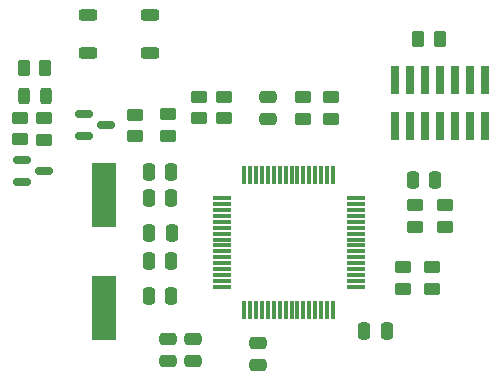
<source format=gbr>
%TF.GenerationSoftware,KiCad,Pcbnew,8.0.5*%
%TF.CreationDate,2024-12-07T09:48:31-05:00*%
%TF.ProjectId,stm32_lqfp64_test_board,73746d33-325f-46c7-9166-7036345f7465,1.1*%
%TF.SameCoordinates,Original*%
%TF.FileFunction,Paste,Top*%
%TF.FilePolarity,Positive*%
%FSLAX46Y46*%
G04 Gerber Fmt 4.6, Leading zero omitted, Abs format (unit mm)*
G04 Created by KiCad (PCBNEW 8.0.5) date 2024-12-07 09:48:31*
%MOMM*%
%LPD*%
G01*
G04 APERTURE LIST*
G04 Aperture macros list*
%AMRoundRect*
0 Rectangle with rounded corners*
0 $1 Rounding radius*
0 $2 $3 $4 $5 $6 $7 $8 $9 X,Y pos of 4 corners*
0 Add a 4 corners polygon primitive as box body*
4,1,4,$2,$3,$4,$5,$6,$7,$8,$9,$2,$3,0*
0 Add four circle primitives for the rounded corners*
1,1,$1+$1,$2,$3*
1,1,$1+$1,$4,$5*
1,1,$1+$1,$6,$7*
1,1,$1+$1,$8,$9*
0 Add four rect primitives between the rounded corners*
20,1,$1+$1,$2,$3,$4,$5,0*
20,1,$1+$1,$4,$5,$6,$7,0*
20,1,$1+$1,$6,$7,$8,$9,0*
20,1,$1+$1,$8,$9,$2,$3,0*%
G04 Aperture macros list end*
%ADD10RoundRect,0.250000X-0.450000X0.262500X-0.450000X-0.262500X0.450000X-0.262500X0.450000X0.262500X0*%
%ADD11RoundRect,0.250000X0.262500X0.450000X-0.262500X0.450000X-0.262500X-0.450000X0.262500X-0.450000X0*%
%ADD12RoundRect,0.250000X-0.250000X-0.475000X0.250000X-0.475000X0.250000X0.475000X-0.250000X0.475000X0*%
%ADD13RoundRect,0.150000X-0.587500X-0.150000X0.587500X-0.150000X0.587500X0.150000X-0.587500X0.150000X0*%
%ADD14RoundRect,0.250000X-0.475000X0.250000X-0.475000X-0.250000X0.475000X-0.250000X0.475000X0.250000X0*%
%ADD15RoundRect,0.075000X-0.700000X-0.075000X0.700000X-0.075000X0.700000X0.075000X-0.700000X0.075000X0*%
%ADD16RoundRect,0.075000X-0.075000X-0.700000X0.075000X-0.700000X0.075000X0.700000X-0.075000X0.700000X0*%
%ADD17R,0.740000X2.400000*%
%ADD18RoundRect,0.250000X0.450000X-0.262500X0.450000X0.262500X-0.450000X0.262500X-0.450000X-0.262500X0*%
%ADD19R,2.000000X5.500000*%
%ADD20RoundRect,0.243750X0.243750X0.456250X-0.243750X0.456250X-0.243750X-0.456250X0.243750X-0.456250X0*%
%ADD21RoundRect,0.250000X0.475000X-0.250000X0.475000X0.250000X-0.475000X0.250000X-0.475000X-0.250000X0*%
%ADD22RoundRect,0.250000X0.250000X0.475000X-0.250000X0.475000X-0.250000X-0.475000X0.250000X-0.475000X0*%
%ADD23RoundRect,0.250000X-0.525000X-0.250000X0.525000X-0.250000X0.525000X0.250000X-0.525000X0.250000X0*%
G04 APERTURE END LIST*
D10*
%TO.C,R14*%
X119354600Y-83820000D03*
X119354600Y-85645000D03*
%TD*%
D11*
%TO.C,R13*%
X108966000Y-79933800D03*
X107141000Y-79933800D03*
%TD*%
D12*
%TO.C,C8*%
X117730000Y-99190000D03*
X119630000Y-99190000D03*
%TD*%
D13*
%TO.C,Q2*%
X107012500Y-87670600D03*
X107012500Y-89570600D03*
X108887500Y-88620600D03*
%TD*%
D10*
%TO.C,R11*%
X106857800Y-84128600D03*
X106857800Y-85953600D03*
%TD*%
D14*
%TO.C,C2*%
X126950000Y-103150000D03*
X126950000Y-105050000D03*
%TD*%
D12*
%TO.C,C1*%
X135981400Y-102184200D03*
X137881400Y-102184200D03*
%TD*%
D10*
%TO.C,R6*%
X140270000Y-91520000D03*
X140270000Y-93345000D03*
%TD*%
D15*
%TO.C,U1*%
X123905000Y-90925000D03*
X123905000Y-91425000D03*
X123905000Y-91925000D03*
X123905000Y-92425000D03*
X123905000Y-92925000D03*
X123905000Y-93425000D03*
X123905000Y-93925000D03*
X123905000Y-94425000D03*
X123905000Y-94925000D03*
X123905000Y-95425000D03*
X123905000Y-95925000D03*
X123905000Y-96425000D03*
X123905000Y-96925000D03*
X123905000Y-97425000D03*
X123905000Y-97925000D03*
X123905000Y-98425000D03*
D16*
X125830000Y-100350000D03*
X126330000Y-100350000D03*
X126830000Y-100350000D03*
X127330000Y-100350000D03*
X127830000Y-100350000D03*
X128330000Y-100350000D03*
X128830000Y-100350000D03*
X129330000Y-100350000D03*
X129830000Y-100350000D03*
X130330000Y-100350000D03*
X130830000Y-100350000D03*
X131330000Y-100350000D03*
X131830000Y-100350000D03*
X132330000Y-100350000D03*
X132830000Y-100350000D03*
X133330000Y-100350000D03*
D15*
X135255000Y-98425000D03*
X135255000Y-97925000D03*
X135255000Y-97425000D03*
X135255000Y-96925000D03*
X135255000Y-96425000D03*
X135255000Y-95925000D03*
X135255000Y-95425000D03*
X135255000Y-94925000D03*
X135255000Y-94425000D03*
X135255000Y-93925000D03*
X135255000Y-93425000D03*
X135255000Y-92925000D03*
X135255000Y-92425000D03*
X135255000Y-91925000D03*
X135255000Y-91425000D03*
X135255000Y-90925000D03*
D16*
X133330000Y-89000000D03*
X132830000Y-89000000D03*
X132330000Y-89000000D03*
X131830000Y-89000000D03*
X131330000Y-89000000D03*
X130830000Y-89000000D03*
X130330000Y-89000000D03*
X129830000Y-89000000D03*
X129330000Y-89000000D03*
X128830000Y-89000000D03*
X128330000Y-89000000D03*
X127830000Y-89000000D03*
X127330000Y-89000000D03*
X126830000Y-89000000D03*
X126330000Y-89000000D03*
X125830000Y-89000000D03*
%TD*%
D17*
%TO.C,J4*%
X146177000Y-80936000D03*
X146177000Y-84836000D03*
X144907000Y-80936000D03*
X144907000Y-84836000D03*
X143637000Y-80936000D03*
X143637000Y-84836000D03*
X142367000Y-80936000D03*
X142367000Y-84836000D03*
X141097000Y-80936000D03*
X141097000Y-84836000D03*
X139827000Y-80936000D03*
X139827000Y-84836000D03*
X138557000Y-80936000D03*
X138557000Y-84836000D03*
%TD*%
D18*
%TO.C,R2*%
X122020000Y-84162500D03*
X122020000Y-82337500D03*
%TD*%
D10*
%TO.C,R1*%
X116560600Y-83845400D03*
X116560600Y-85670400D03*
%TD*%
D19*
%TO.C,Y1*%
X113920000Y-100200000D03*
X113925000Y-90645000D03*
%TD*%
D12*
%TO.C,C4*%
X140080000Y-89390000D03*
X141980000Y-89390000D03*
%TD*%
D10*
%TO.C,R5*%
X130800000Y-82360000D03*
X130800000Y-84185000D03*
%TD*%
D14*
%TO.C,C7*%
X119340000Y-102840000D03*
X119340000Y-104740000D03*
%TD*%
D20*
%TO.C,D1*%
X109042200Y-82245200D03*
X107167200Y-82245200D03*
%TD*%
D18*
%TO.C,R12*%
X108889800Y-85979000D03*
X108889800Y-84154000D03*
%TD*%
D10*
%TO.C,R4*%
X133185000Y-82362500D03*
X133185000Y-84187500D03*
%TD*%
D12*
%TO.C,C9*%
X117770000Y-93910000D03*
X119670000Y-93910000D03*
%TD*%
D18*
%TO.C,R9*%
X139310000Y-98575000D03*
X139310000Y-96750000D03*
%TD*%
D21*
%TO.C,C3*%
X127820000Y-84260000D03*
X127820000Y-82360000D03*
%TD*%
D13*
%TO.C,Q1*%
X112219500Y-83795700D03*
X112219500Y-85695700D03*
X114094500Y-84745700D03*
%TD*%
D10*
%TO.C,R3*%
X124120000Y-82350000D03*
X124120000Y-84175000D03*
%TD*%
D22*
%TO.C,C11*%
X119660000Y-90880000D03*
X117760000Y-90880000D03*
%TD*%
D14*
%TO.C,C6*%
X121480000Y-102840000D03*
X121480000Y-104740000D03*
%TD*%
D10*
%TO.C,R7*%
X142810000Y-91520000D03*
X142810000Y-93345000D03*
%TD*%
D23*
%TO.C,SW1*%
X112614800Y-75400000D03*
X117864800Y-75400000D03*
X112614800Y-78600000D03*
X117864800Y-78600000D03*
%TD*%
D12*
%TO.C,C5*%
X117750000Y-88690000D03*
X119650000Y-88690000D03*
%TD*%
%TO.C,C10*%
X117740000Y-96210000D03*
X119640000Y-96210000D03*
%TD*%
D18*
%TO.C,R8*%
X141740000Y-98575000D03*
X141740000Y-96750000D03*
%TD*%
D11*
%TO.C,R10*%
X142390500Y-77470000D03*
X140565500Y-77470000D03*
%TD*%
M02*

</source>
